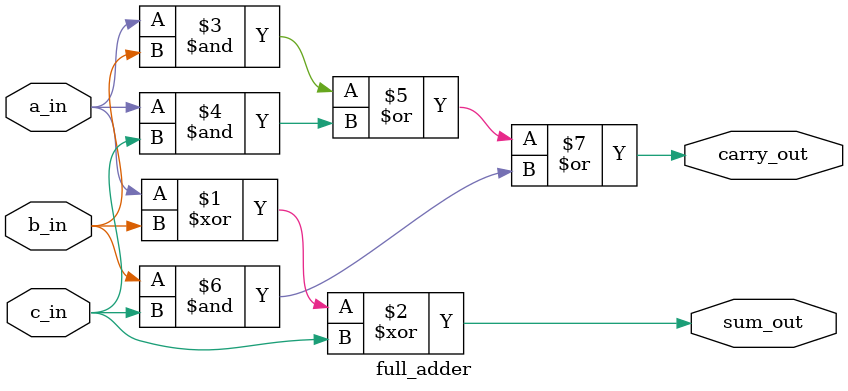
<source format=v>
`timescale 1ns / 1ps


module full_adder(
    input a_in,
    input b_in,
    input c_in,
    output sum_out,
    output carry_out
    );
      assign sum_out = (a_in ^ b_in) ^ c_in;
  assign carry_out = (a_in & b_in) | (a_in & c_in) | (b_in & c_in);

endmodule

</source>
